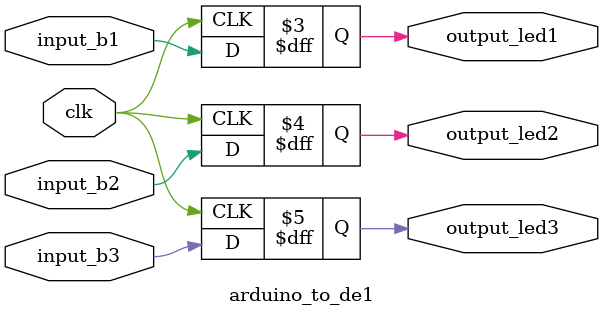
<source format=v>
module arduino_to_de1(
    clk,
    input_b1,
    input_b2,
    input_b3,
    output_led1,
    output_led2,
    output_led3
);
    input clk;
    input input_b1;
    input input_b2;
    input input_b3;
    output reg output_led1;
    output reg output_led2;
    output reg output_led3;

    initial
    begin
        output_led1 = 1'b0;
        output_led2 = 1'b0;
        output_led3 = 1'b0;
    end

    always@(posedge clk)
    begin
        output_led1 = input_b1;
        output_led2 = input_b2;
        output_led3 = input_b3;
    end

endmodule

</source>
